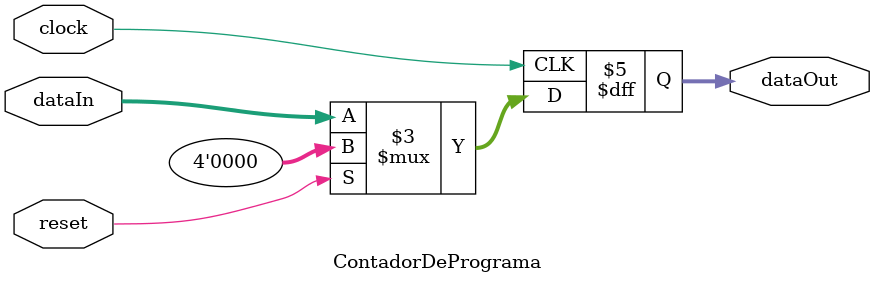
<source format=v>
module ContadorDePrograma (dataIn, reset, clock, dataOut);

	input [3:0] dataIn;
	input	reset, clock;
	output reg [3:0] dataOut;
	
	always@(posedge clock)
	begin
		if(reset)
			dataOut <= 4'b0000;
		else
			dataOut <= dataIn;
	end
	
endmodule
	
</source>
